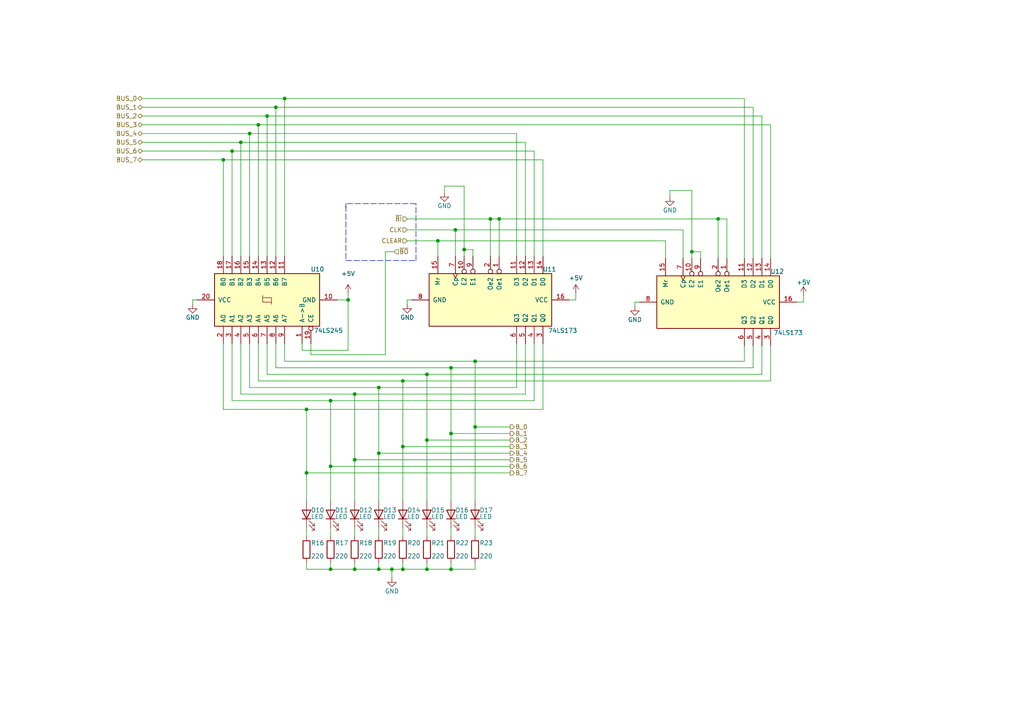
<source format=kicad_sch>
(kicad_sch (version 20211123) (generator eeschema)
  (paper "A4")
  (lib_symbols
    (symbol "74xx:74LS173" (pin_names (offset 1.016))
      (property "Reference" "U" (at -7.62 19.05 0))
      (property "Value" "74LS173" (at -7.62 -19.05 0))
      (symbol "74LS173_1_0"
        (pin input inverted (at -12.7 2.54 0) (length 5.08) (name "Oe1") (number "1"))
        (pin input inverted (at -12.7 -7.62 0) (length 5.08) (name "E2") (number "10"))
        (pin input line (at -12.7 7.62 0) (length 5.08) (name "D3") (number "11"))
        (pin input line (at -12.7 10.16 0) (length 5.08) (name "D2") (number "12"))
        (pin input line (at -12.7 12.7 0) (length 5.08) (name "D1") (number "13"))
        (pin input line (at -12.7 15.24 0) (length 5.08) (name "D0") (number "14"))
        (pin input line (at -12.7 -15.24 0) (length 5.08) (name "Mr") (number "15"))
        (pin power_in line (at 0 22.86 270) (length 5.08) (name "VCC") (number "16"))
        (pin input inverted (at -12.7 0 0) (length 5.08) (name "Oe2") (number "2"))
        (pin tri_state line (at 12.7 15.24 180) (length 5.08) (name "Q0") (number "3"))
        (pin tri_state line (at 12.7 12.7 180) (length 5.08) (name "Q1") (number "4"))
        (pin tri_state line (at 12.7 10.16 180) (length 5.08) (name "Q2") (number "5"))
        (pin tri_state line (at 12.7 7.62 180) (length 5.08) (name "Q3") (number "6"))
        (pin input clock (at -12.7 -10.16 0) (length 5.08) (name "Cp") (number "7"))
        (pin power_in line (at 0 -22.86 90) (length 5.08) (name "GND") (number "8"))
        (pin input inverted (at -12.7 -5.08 0) (length 5.08) (name "E1") (number "9"))
      )
      (symbol "74LS173_1_1"
        (rectangle (start -7.62 17.78) (end 7.62 -17.78) (stroke (width 0.254)) (fill (type background)))
      )
    )
    (symbol "74xx:74LS245" (pin_names (offset 1.016))
      (property "Reference" "U" (at -7.62 16.51 0))
      (property "Value" "74LS245" (at -7.62 -16.51 0))
      (symbol "74LS245_1_0"
        (polyline (pts (xy -0.635 -1.27) (xy -0.635 1.27) (xy 0.635 1.27)))
        (polyline (pts (xy -1.27 -1.27) (xy 0.635 -1.27) (xy 0.635 1.27) (xy 1.27 1.27)))
        (pin input line (at -12.7 -10.16 0) (length 5.08) (name "A->B") (number "1"))
        (pin power_in line (at 0 -20.32 90) (length 5.08) (name "GND") (number "10"))
        (pin tri_state line (at 12.7 -5.08 180) (length 5.08) (name "B7") (number "11"))
        (pin tri_state line (at 12.7 -2.54 180) (length 5.08) (name "B6") (number "12"))
        (pin tri_state line (at 12.7 0 180) (length 5.08) (name "B5") (number "13"))
        (pin tri_state line (at 12.7 2.54 180) (length 5.08) (name "B4") (number "14"))
        (pin tri_state line (at 12.7 5.08 180) (length 5.08) (name "B3") (number "15"))
        (pin tri_state line (at 12.7 7.62 180) (length 5.08) (name "B2") (number "16"))
        (pin tri_state line (at 12.7 10.16 180) (length 5.08) (name "B1") (number "17"))
        (pin tri_state line (at 12.7 12.7 180) (length 5.08) (name "B0") (number "18"))
        (pin input inverted (at -12.7 -12.7 0) (length 5.08) (name "CE") (number "19"))
        (pin tri_state line (at -12.7 12.7 0) (length 5.08) (name "A0") (number "2"))
        (pin power_in line (at 0 20.32 270) (length 5.08) (name "VCC") (number "20"))
        (pin tri_state line (at -12.7 10.16 0) (length 5.08) (name "A1") (number "3"))
        (pin tri_state line (at -12.7 7.62 0) (length 5.08) (name "A2") (number "4"))
        (pin tri_state line (at -12.7 5.08 0) (length 5.08) (name "A3") (number "5"))
        (pin tri_state line (at -12.7 2.54 0) (length 5.08) (name "A4") (number "6"))
        (pin tri_state line (at -12.7 0 0) (length 5.08) (name "A5") (number "7"))
        (pin tri_state line (at -12.7 -2.54 0) (length 5.08) (name "A6") (number "8"))
        (pin tri_state line (at -12.7 -5.08 0) (length 5.08) (name "A7") (number "9"))
      )
      (symbol "74LS245_1_1"
        (rectangle (start -7.62 15.24) (end 7.62 -15.24) (stroke (width 0.254)) (fill (type background)))
      )
    )
    (symbol "Device:LED" (pin_numbers hide) (pin_names (offset 1.016) hide)
      (property "Reference" "D" (at 0 2.54 0))
      (property "Value" "LED" (at 0 -2.54 0))
      (symbol "LED_0_1"
        (polyline (pts (xy -1.27 -1.27) (xy -1.27 1.27)) (stroke (width 0.254)))
        (polyline (pts (xy -1.27 0) (xy 1.27 0)))
        (polyline (pts (xy 1.27 -1.27) (xy 1.27 1.27) (xy -1.27 0) (xy 1.27 -1.27)) (stroke (width 0.254)))
        (polyline (pts (xy -3.048 -0.762) (xy -4.572 -2.286) (xy -3.81 -2.286) (xy -4.572 -2.286) (xy -4.572 -1.524)))
        (polyline (pts (xy -1.778 -0.762) (xy -3.302 -2.286) (xy -2.54 -2.286) (xy -3.302 -2.286) (xy -3.302 -1.524)))
      )
      (symbol "LED_1_1"
        (pin passive line (at -3.81 0 0) (length 2.54) (name "K") (number "1"))
        (pin passive line (at 3.81 0 180) (length 2.54) (name "A") (number "2"))
      )
    )
    (symbol "Device:R" (pin_numbers hide) (pin_names (offset 0))
      (property "Reference" "R" (at 2.032 0 90))
      (property "Value" "R" (at 0 0 90))
      (symbol "R_0_1"
        (rectangle (start -1.016 -2.54) (end 1.016 2.54) (stroke (width 0.254)))
      )
      (symbol "R_1_1"
        (pin passive line (at 0 3.81 270) (length 1.27) (name "~") (number "1"))
        (pin passive line (at 0 -3.81 90) (length 1.27) (name "~") (number "2"))
      )
    )
    (symbol "power:+5V" (power) (pin_names (offset 0))
      (property "Value" "+5V" (at 0 3.556 0))
      (symbol "+5V_0_1"
        (polyline (pts (xy -0.762 1.27) (xy 0 2.54)))
        (polyline (pts (xy 0 0) (xy 0 2.54)))
        (polyline (pts (xy 0 2.54) (xy 0.762 1.27)))
      )
      (symbol "+5V_1_1"
        (pin power_in line (at 0 0 90) (length 0) hide (name "+5V") (number "1"))
      )
    )
    (symbol "power:GND" (power) (pin_names (offset 0))
      (property "Value" "GND" (at 0 -3.81 0))
      (symbol "GND_0_1"
        (polyline (pts (xy 0 0) (xy 0 -1.27) (xy 1.27 -1.27) (xy 0 -2.54) (xy -1.27 -1.27) (xy 0 -1.27)))
      )
      (symbol "GND_1_1"
        (pin power_in line (at 0 0 270) (length 0) hide (name "GND") (number "1"))
      )
    )
  )
  (junction (at 137.795 104.775))
  (junction (at 102.87 133.35))
  (junction (at 123.825 127.635))
  (junction (at 130.81 125.73))
  (junction (at 113.665 165.1))
  (junction (at 130.81 165.1))
  (junction (at 200.66 73.025))
  (junction (at 64.77 46.355))
  (junction (at 130.81 106.68))
  (junction (at 102.87 114.3))
  (junction (at 208.28 63.5))
  (junction (at 72.39 38.735))
  (junction (at 95.885 135.255))
  (junction (at 88.9 137.16))
  (junction (at 137.795 123.825))
  (junction (at 102.87 165.1))
  (junction (at 80.01 31.115))
  (junction (at 116.84 110.49))
  (junction (at 67.31 43.815))
  (junction (at 100.965 86.995))
  (junction (at 127 69.85))
  (junction (at 116.84 129.54))
  (junction (at 123.825 165.1))
  (junction (at 95.885 116.205))
  (junction (at 82.55 28.575))
  (junction (at 109.855 131.445))
  (junction (at 77.47 33.655))
  (junction (at 88.9 118.745))
  (junction (at 134.62 72.39))
  (junction (at 95.885 165.1))
  (junction (at 69.85 41.275))
  (junction (at 142.24 63.5))
  (junction (at 74.93 36.195))
  (junction (at 116.84 165.1))
  (junction (at 144.78 63.5))
  (junction (at 132.08 66.675))
  (junction (at 123.825 108.585))
  (junction (at 109.855 165.1))
  (junction (at 109.855 112.395))
  (wire (pts (xy 203.2 74.93) (xy 203.2 73.025)))
  (wire (pts (xy 144.78 74.295) (xy 144.78 63.5)))
  (wire (pts (xy 157.48 74.295) (xy 157.48 46.355)))
  (wire (pts (xy 67.31 43.815) (xy 67.31 74.295)))
  (wire (pts (xy 88.9 153.035) (xy 88.9 155.575)))
  (wire (pts (xy 87.63 101.6) (xy 100.965 101.6)))
  (wire (pts (xy 215.9 74.93) (xy 215.9 28.575)))
  (wire (pts (xy 154.94 43.815) (xy 67.31 43.815)))
  (wire (pts (xy 82.55 104.775) (xy 82.55 99.695)))
  (wire (pts (xy 57.15 86.995) (xy 55.88 86.995)))
  (wire (pts (xy 109.855 112.395) (xy 109.855 131.445)))
  (wire (pts (xy 116.84 110.49) (xy 223.52 110.49)))
  (wire (pts (xy 218.44 74.93) (xy 218.44 31.115)))
  (wire (pts (xy 102.87 153.035) (xy 102.87 155.575)))
  (wire (pts (xy 74.93 110.49) (xy 116.84 110.49)))
  (wire (pts (xy 200.66 55.245) (xy 194.31 55.245)))
  (wire (pts (xy 198.12 74.93) (xy 198.12 66.675)))
  (wire (pts (xy 95.885 135.255) (xy 147.955 135.255)))
  (wire (pts (xy 100.965 86.995) (xy 97.79 86.995)))
  (wire (pts (xy 130.81 106.68) (xy 130.81 125.73)))
  (wire (pts (xy 208.28 74.93) (xy 208.28 63.5)))
  (wire (pts (xy 223.52 36.195) (xy 74.93 36.195)))
  (wire (pts (xy 41.275 41.275) (xy 69.85 41.275)))
  (wire (pts (xy 116.84 163.195) (xy 116.84 165.1)))
  (wire (pts (xy 208.28 63.5) (xy 144.78 63.5)))
  (wire (pts (xy 152.4 74.295) (xy 152.4 41.275)))
  (wire (pts (xy 102.87 163.195) (xy 102.87 165.1)))
  (wire (pts (xy 88.9 137.16) (xy 147.955 137.16)))
  (wire (pts (xy 130.81 153.035) (xy 130.81 155.575)))
  (wire (pts (xy 223.52 110.49) (xy 223.52 100.33)))
  (wire (pts (xy 109.855 165.1) (xy 102.87 165.1)))
  (wire (pts (xy 220.98 108.585) (xy 123.825 108.585)))
  (wire (pts (xy 88.9 118.745) (xy 64.77 118.745)))
  (wire (pts (xy 184.15 88.9) (xy 184.15 87.63)))
  (wire (pts (xy 123.825 127.635) (xy 147.955 127.635)))
  (wire (pts (xy 137.16 72.39) (xy 134.62 72.39)))
  (polyline (pts (xy 120.65 75.565) (xy 120.65 59.055)))
  (wire (pts (xy 123.825 163.195) (xy 123.825 165.1)))
  (wire (pts (xy 69.85 41.275) (xy 69.85 74.295)))
  (wire (pts (xy 80.01 31.115) (xy 80.01 74.295)))
  (wire (pts (xy 152.4 41.275) (xy 69.85 41.275)))
  (wire (pts (xy 128.905 53.975) (xy 128.905 55.88)))
  (wire (pts (xy 113.665 165.1) (xy 113.665 167.64)))
  (wire (pts (xy 95.885 135.255) (xy 95.885 145.415)))
  (wire (pts (xy 184.15 87.63) (xy 185.42 87.63)))
  (wire (pts (xy 41.275 38.735) (xy 72.39 38.735)))
  (wire (pts (xy 90.17 99.695) (xy 90.17 102.87)))
  (wire (pts (xy 215.9 104.775) (xy 137.795 104.775)))
  (wire (pts (xy 95.885 116.205) (xy 95.885 135.255)))
  (wire (pts (xy 41.275 31.115) (xy 80.01 31.115)))
  (wire (pts (xy 220.98 33.655) (xy 77.47 33.655)))
  (wire (pts (xy 218.44 31.115) (xy 80.01 31.115)))
  (wire (pts (xy 109.855 131.445) (xy 109.855 145.415)))
  (wire (pts (xy 137.795 153.035) (xy 137.795 155.575)))
  (wire (pts (xy 41.275 46.355) (xy 64.77 46.355)))
  (wire (pts (xy 116.84 165.1) (xy 113.665 165.1)))
  (wire (pts (xy 193.04 74.93) (xy 193.04 69.85)))
  (wire (pts (xy 200.66 73.025) (xy 200.66 55.245)))
  (wire (pts (xy 102.87 165.1) (xy 95.885 165.1)))
  (wire (pts (xy 149.86 99.695) (xy 149.86 112.395)))
  (wire (pts (xy 130.81 163.195) (xy 130.81 165.1)))
  (wire (pts (xy 77.47 33.655) (xy 77.47 74.295)))
  (wire (pts (xy 100.965 85.09) (xy 100.965 86.995)))
  (wire (pts (xy 55.88 86.995) (xy 55.88 88.265)))
  (wire (pts (xy 67.31 116.205) (xy 95.885 116.205)))
  (wire (pts (xy 41.275 43.815) (xy 67.31 43.815)))
  (wire (pts (xy 109.855 112.395) (xy 149.86 112.395)))
  (wire (pts (xy 118.11 63.5) (xy 142.24 63.5)))
  (wire (pts (xy 111.76 73.025) (xy 114.3 73.025)))
  (wire (pts (xy 134.62 72.39) (xy 134.62 53.975)))
  (wire (pts (xy 116.84 110.49) (xy 116.84 129.54)))
  (wire (pts (xy 198.12 66.675) (xy 132.08 66.675)))
  (wire (pts (xy 137.795 165.1) (xy 130.81 165.1)))
  (wire (pts (xy 220.98 74.93) (xy 220.98 33.655)))
  (wire (pts (xy 165.1 86.995) (xy 167.005 86.995)))
  (wire (pts (xy 80.01 99.695) (xy 80.01 106.68)))
  (wire (pts (xy 142.24 63.5) (xy 142.24 74.295)))
  (wire (pts (xy 116.84 129.54) (xy 147.955 129.54)))
  (wire (pts (xy 127 69.85) (xy 127 74.295)))
  (wire (pts (xy 123.825 165.1) (xy 130.81 165.1)))
  (wire (pts (xy 215.9 28.575) (xy 82.55 28.575)))
  (wire (pts (xy 152.4 99.695) (xy 152.4 114.3)))
  (wire (pts (xy 102.87 133.35) (xy 147.955 133.35)))
  (wire (pts (xy 116.84 153.035) (xy 116.84 155.575)))
  (wire (pts (xy 69.85 114.3) (xy 69.85 99.695)))
  (wire (pts (xy 154.94 74.295) (xy 154.94 43.815)))
  (wire (pts (xy 210.82 63.5) (xy 208.28 63.5)))
  (wire (pts (xy 123.825 165.1) (xy 116.84 165.1)))
  (wire (pts (xy 41.275 36.195) (xy 74.93 36.195)))
  (wire (pts (xy 157.48 46.355) (xy 64.77 46.355)))
  (wire (pts (xy 109.855 131.445) (xy 147.955 131.445)))
  (wire (pts (xy 109.855 163.195) (xy 109.855 165.1)))
  (wire (pts (xy 67.31 99.695) (xy 67.31 116.205)))
  (wire (pts (xy 220.98 100.33) (xy 220.98 108.585)))
  (wire (pts (xy 82.55 28.575) (xy 82.55 74.295)))
  (wire (pts (xy 123.825 108.585) (xy 123.825 127.635)))
  (wire (pts (xy 134.62 74.295) (xy 134.62 72.39)))
  (wire (pts (xy 100.965 101.6) (xy 100.965 86.995)))
  (wire (pts (xy 80.01 106.68) (xy 130.81 106.68)))
  (polyline (pts (xy 100.33 75.565) (xy 120.65 75.565)))
  (wire (pts (xy 233.045 85.725) (xy 233.045 87.63)))
  (wire (pts (xy 95.885 116.205) (xy 154.94 116.205)))
  (wire (pts (xy 88.9 137.16) (xy 88.9 145.415)))
  (wire (pts (xy 167.005 85.09) (xy 167.005 86.995)))
  (wire (pts (xy 109.855 153.035) (xy 109.855 155.575)))
  (wire (pts (xy 215.9 100.33) (xy 215.9 104.775)))
  (wire (pts (xy 200.66 74.93) (xy 200.66 73.025)))
  (wire (pts (xy 64.77 118.745) (xy 64.77 99.695)))
  (wire (pts (xy 41.275 33.655) (xy 77.47 33.655)))
  (wire (pts (xy 118.11 88.265) (xy 118.11 86.995)))
  (wire (pts (xy 144.78 63.5) (xy 142.24 63.5)))
  (wire (pts (xy 130.81 125.73) (xy 130.81 145.415)))
  (wire (pts (xy 130.81 125.73) (xy 147.955 125.73)))
  (wire (pts (xy 41.275 28.575) (xy 82.55 28.575)))
  (wire (pts (xy 203.2 73.025) (xy 200.66 73.025)))
  (wire (pts (xy 157.48 118.745) (xy 88.9 118.745)))
  (wire (pts (xy 123.825 127.635) (xy 123.825 145.415)))
  (wire (pts (xy 74.93 99.695) (xy 74.93 110.49)))
  (wire (pts (xy 130.81 106.68) (xy 218.44 106.68)))
  (wire (pts (xy 134.62 53.975) (xy 128.905 53.975)))
  (wire (pts (xy 152.4 114.3) (xy 102.87 114.3)))
  (wire (pts (xy 137.795 123.825) (xy 137.795 145.415)))
  (wire (pts (xy 137.795 163.195) (xy 137.795 165.1)))
  (wire (pts (xy 137.795 104.775) (xy 82.55 104.775)))
  (wire (pts (xy 137.795 123.825) (xy 147.955 123.825)))
  (wire (pts (xy 132.08 66.675) (xy 132.08 74.295)))
  (wire (pts (xy 72.39 38.735) (xy 72.39 74.295)))
  (wire (pts (xy 193.04 69.85) (xy 127 69.85)))
  (wire (pts (xy 102.87 114.3) (xy 102.87 133.35)))
  (wire (pts (xy 210.82 74.93) (xy 210.82 63.5)))
  (polyline (pts (xy 100.33 59.055) (xy 100.33 60.325)))
  (wire (pts (xy 88.9 165.1) (xy 95.885 165.1)))
  (wire (pts (xy 95.885 165.1) (xy 95.885 163.195)))
  (wire (pts (xy 154.94 116.205) (xy 154.94 99.695)))
  (wire (pts (xy 64.77 46.355) (xy 64.77 74.295)))
  (wire (pts (xy 77.47 99.695) (xy 77.47 108.585)))
  (wire (pts (xy 149.86 38.735) (xy 72.39 38.735)))
  (wire (pts (xy 123.825 153.035) (xy 123.825 155.575)))
  (wire (pts (xy 118.11 69.85) (xy 127 69.85)))
  (wire (pts (xy 194.31 55.245) (xy 194.31 57.15)))
  (wire (pts (xy 111.76 102.87) (xy 111.76 73.025)))
  (wire (pts (xy 137.795 104.775) (xy 137.795 123.825)))
  (wire (pts (xy 231.14 87.63) (xy 233.045 87.63)))
  (wire (pts (xy 137.16 74.295) (xy 137.16 72.39)))
  (wire (pts (xy 72.39 112.395) (xy 109.855 112.395)))
  (wire (pts (xy 149.86 74.295) (xy 149.86 38.735)))
  (wire (pts (xy 87.63 99.695) (xy 87.63 101.6)))
  (wire (pts (xy 118.11 66.675) (xy 132.08 66.675)))
  (wire (pts (xy 157.48 99.695) (xy 157.48 118.745)))
  (wire (pts (xy 223.52 74.93) (xy 223.52 36.195)))
  (wire (pts (xy 72.39 99.695) (xy 72.39 112.395)))
  (wire (pts (xy 102.87 133.35) (xy 102.87 145.415)))
  (wire (pts (xy 74.93 36.195) (xy 74.93 74.295)))
  (polyline (pts (xy 100.33 59.69) (xy 100.33 75.565)))
  (wire (pts (xy 118.11 86.995) (xy 119.38 86.995)))
  (wire (pts (xy 95.885 153.035) (xy 95.885 155.575)))
  (wire (pts (xy 113.665 165.1) (xy 109.855 165.1)))
  (wire (pts (xy 218.44 100.33) (xy 218.44 106.68)))
  (wire (pts (xy 116.84 129.54) (xy 116.84 145.415)))
  (wire (pts (xy 102.87 114.3) (xy 69.85 114.3)))
  (wire (pts (xy 90.17 102.87) (xy 111.76 102.87)))
  (wire (pts (xy 88.9 163.195) (xy 88.9 165.1)))
  (wire (pts (xy 123.825 108.585) (xy 77.47 108.585)))
  (wire (pts (xy 88.9 118.745) (xy 88.9 137.16)))
  (polyline (pts (xy 120.65 59.055) (xy 100.33 59.055)))
  (hierarchical_label "B_4" (shape output) (at 147.955 131.445 0))
  (hierarchical_label "BUS_1" (shape bidirectional) (at 41.275 31.115 180))
  (hierarchical_label "B_0" (shape output) (at 147.955 123.825 0))
  (hierarchical_label "~{BI}" (shape input) (at 118.11 63.5 180))
  (hierarchical_label "BUS_4" (shape bidirectional) (at 41.275 38.735 180))
  (hierarchical_label "BUS_6" (shape bidirectional) (at 41.275 43.815 180))
  (hierarchical_label "CLK" (shape input) (at 118.11 66.675 180))
  (hierarchical_label "BUS_3" (shape bidirectional) (at 41.275 36.195 180))
  (hierarchical_label "B_5" (shape output) (at 147.955 133.35 0))
  (hierarchical_label "BUS_2" (shape bidirectional) (at 41.275 33.655 180))
  (hierarchical_label "BUS_5" (shape bidirectional) (at 41.275 41.275 180))
  (hierarchical_label "B_3" (shape output) (at 147.955 129.54 0))
  (hierarchical_label "B_7" (shape output) (at 147.955 137.16 0))
  (hierarchical_label "BUS_7" (shape bidirectional) (at 41.275 46.355 180))
  (hierarchical_label "B_6" (shape output) (at 147.955 135.255 0))
  (hierarchical_label "~{BO}" (shape input) (at 114.3 73.025 0))
  (hierarchical_label "B_2" (shape output) (at 147.955 127.635 0))
  (hierarchical_label "B_1" (shape output) (at 147.955 125.73 0))
  (hierarchical_label "CLEAR" (shape input) (at 118.11 69.85 180))
  (hierarchical_label "BUS_0" (shape bidirectional) (at 41.275 28.575 180))
  (symbol (lib_id "power:GND") (at 118.11 88.265 0) (unit 1)
    (property "Reference" "#PWR0119" (effects hide))
    (property "Value" "GND" (at 118.11 92.075 0))
  )
  (symbol (lib_id "power:GND") (at 55.88 88.265 0) (unit 1)
    (property "Reference" "#PWR0122" (effects hide))
    (property "Value" "GND" (at 55.88 92.075 0))
  )
  (symbol (lib_id "power:GND") (at 194.31 57.15 0) (unit 1)
    (property "Reference" "#PWR0123" (effects hide))
    (property "Value" "GND" (at 194.31 60.96 0))
  )
  (symbol (lib_id "74xx:74LS173") (at 208.28 87.63 270) (unit 1)
    (property "Reference" "U12" (at 225.425 78.74 90))
    (property "Value" "74LS173" (at 228.6 96.52 90))
    (property "Datasheet" "http://www.ti.com/lit/gpn/sn74LS173" (effects hide))
  )
  (symbol (lib_id "Device:LED") (at 102.87 149.225 90) (unit 1)
    (property "Reference" "D12" (at 104.14 147.955 90) (effects (justify right)))
    (property "Value" "LED" (at 104.14 149.86 90) (effects (justify right)))
  )
  (symbol (lib_id "Device:LED") (at 88.9 149.225 90) (unit 1)
    (property "Reference" "D10" (at 90.17 147.955 90) (effects (justify right)))
    (property "Value" "LED" (at 90.17 149.86 90) (effects (justify right)))
  )
  (symbol (lib_id "Device:R") (at 123.825 159.385 0) (unit 1)
    (property "Reference" "R21" (at 125.095 157.48 0) (effects (justify left)))
    (property "Value" "220" (at 125.095 161.29 0) (effects (justify left)))
  )
  (symbol (lib_id "power:+5V") (at 100.965 85.09 0) (unit 1)
    (property "Reference" "#PWR0120" (effects hide))
    (property "Value" "+5V" (at 100.965 79.375 0))
  )
  (symbol (lib_id "power:GND") (at 184.15 88.9 0) (unit 1)
    (property "Reference" "#PWR0124" (effects hide))
    (property "Value" "GND" (at 184.15 92.71 0))
  )
  (symbol (lib_id "Device:LED") (at 130.81 149.225 90) (unit 1)
    (property "Reference" "D16" (at 132.08 147.955 90) (effects (justify right)))
    (property "Value" "LED" (at 132.08 149.86 90) (effects (justify right)))
  )
  (symbol (lib_id "Device:R") (at 137.795 159.385 0) (unit 1)
    (property "Reference" "R23" (at 139.065 157.48 0) (effects (justify left)))
    (property "Value" "220" (at 139.065 161.29 0) (effects (justify left)))
  )
  (symbol (lib_id "power:GND") (at 113.665 167.64 0) (unit 1)
    (property "Reference" "#PWR0127" (effects hide))
    (property "Value" "GND" (at 113.665 171.45 0))
  )
  (symbol (lib_id "74xx:74LS173") (at 142.24 86.995 270) (unit 1)
    (property "Reference" "U11" (at 159.385 78.105 90))
    (property "Value" "74LS173" (at 163.195 95.885 90))
    (property "Datasheet" "http://www.ti.com/lit/gpn/sn74LS173" (effects hide))
  )
  (symbol (lib_id "Device:R") (at 130.81 159.385 0) (unit 1)
    (property "Reference" "R22" (at 132.08 157.48 0) (effects (justify left)))
    (property "Value" "220" (at 132.08 161.29 0) (effects (justify left)))
  )
  (symbol (lib_id "Device:R") (at 102.87 159.385 0) (unit 1)
    (property "Reference" "R18" (at 104.14 157.48 0) (effects (justify left)))
    (property "Value" "220" (at 104.14 161.29 0) (effects (justify left)))
  )
  (symbol (lib_id "74xx:74LS245") (at 77.47 86.995 90) (unit 1)
    (property "Reference" "U10" (at 92.075 78.105 90))
    (property "Value" "74LS245" (at 95.25 95.885 90))
    (property "Datasheet" "http://www.ti.com/lit/gpn/sn74LS245" (effects hide))
  )
  (symbol (lib_id "power:GND") (at 128.905 55.88 0) (unit 1)
    (property "Reference" "#PWR0121" (effects hide))
    (property "Value" "GND" (at 128.905 59.69 0))
  )
  (symbol (lib_id "Device:R") (at 116.84 159.385 0) (unit 1)
    (property "Reference" "R20" (at 118.11 157.48 0) (effects (justify left)))
    (property "Value" "220" (at 118.11 161.29 0) (effects (justify left)))
  )
  (symbol (lib_id "Device:LED") (at 109.855 149.225 90) (unit 1)
    (property "Reference" "D13" (at 111.125 147.955 90) (effects (justify right)))
    (property "Value" "LED" (at 111.125 149.86 90) (effects (justify right)))
  )
  (symbol (lib_id "Device:R") (at 95.885 159.385 0) (unit 1)
    (property "Reference" "R17" (at 97.155 157.48 0) (effects (justify left)))
    (property "Value" "220" (at 97.155 161.29 0) (effects (justify left)))
  )
  (symbol (lib_id "power:+5V") (at 233.045 85.725 0) (unit 1)
    (property "Reference" "#PWR0125" (effects hide))
    (property "Value" "+5V" (at 233.045 81.915 0))
  )
  (symbol (lib_id "Device:LED") (at 95.885 149.225 90) (unit 1)
    (property "Reference" "D11" (at 97.155 147.955 90) (effects (justify right)))
    (property "Value" "LED" (at 97.155 149.86 90) (effects (justify right)))
  )
  (symbol (lib_id "Device:LED") (at 116.84 149.225 90) (unit 1)
    (property "Reference" "D14" (at 118.11 147.955 90) (effects (justify right)))
    (property "Value" "LED" (at 118.11 149.86 90) (effects (justify right)))
  )
  (symbol (lib_id "Device:R") (at 88.9 159.385 0) (unit 1)
    (property "Reference" "R16" (at 90.17 157.48 0) (effects (justify left)))
    (property "Value" "220" (at 90.17 161.29 0) (effects (justify left)))
  )
  (symbol (lib_id "power:+5V") (at 167.005 85.09 0) (unit 1)
    (property "Reference" "#PWR0126" (effects hide))
    (property "Value" "+5V" (at 167.005 80.645 0))
  )
  (symbol (lib_id "Device:R") (at 109.855 159.385 0) (unit 1)
    (property "Reference" "R19" (at 111.125 157.48 0) (effects (justify left)))
    (property "Value" "220" (at 111.125 161.29 0) (effects (justify left)))
  )
  (symbol (lib_id "Device:LED") (at 123.825 149.225 90) (unit 1)
    (property "Reference" "D15" (at 125.095 147.955 90) (effects (justify right)))
    (property "Value" "LED" (at 125.095 149.86 90) (effects (justify right)))
  )
  (symbol (lib_id "Device:LED") (at 137.795 149.225 90) (unit 1)
    (property "Reference" "D17" (at 139.065 147.955 90) (effects (justify right)))
    (property "Value" "LED" (at 139.065 149.86 90) (effects (justify right)))
  )
)
</source>
